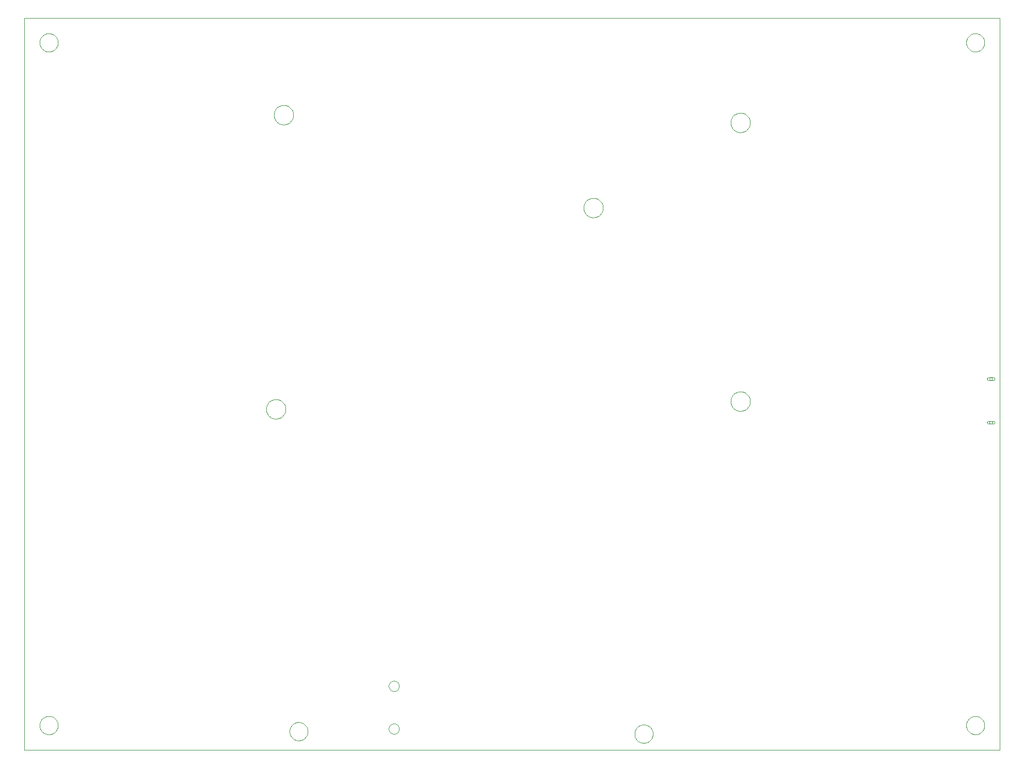
<source format=gko>
G75*
%MOIN*%
%OFA0B0*%
%FSLAX24Y24*%
%IPPOS*%
%LPD*%
%AMOC8*
5,1,8,0,0,1.08239X$1,22.5*
%
%ADD10C,0.0000*%
D10*
X024083Y009811D02*
X087075Y009811D01*
X087075Y057055D01*
X024083Y057055D01*
X024083Y009811D01*
X025067Y011386D02*
X025069Y011434D01*
X025075Y011482D01*
X025085Y011529D01*
X025098Y011575D01*
X025116Y011620D01*
X025136Y011664D01*
X025161Y011706D01*
X025189Y011745D01*
X025219Y011782D01*
X025253Y011816D01*
X025290Y011848D01*
X025328Y011877D01*
X025369Y011902D01*
X025412Y011924D01*
X025457Y011942D01*
X025503Y011956D01*
X025550Y011967D01*
X025598Y011974D01*
X025646Y011977D01*
X025694Y011976D01*
X025742Y011971D01*
X025790Y011962D01*
X025836Y011950D01*
X025881Y011933D01*
X025925Y011913D01*
X025967Y011890D01*
X026007Y011863D01*
X026045Y011833D01*
X026080Y011800D01*
X026112Y011764D01*
X026142Y011726D01*
X026168Y011685D01*
X026190Y011642D01*
X026210Y011598D01*
X026225Y011553D01*
X026237Y011506D01*
X026245Y011458D01*
X026249Y011410D01*
X026249Y011362D01*
X026245Y011314D01*
X026237Y011266D01*
X026225Y011219D01*
X026210Y011174D01*
X026190Y011130D01*
X026168Y011087D01*
X026142Y011046D01*
X026112Y011008D01*
X026080Y010972D01*
X026045Y010939D01*
X026007Y010909D01*
X025967Y010882D01*
X025925Y010859D01*
X025881Y010839D01*
X025836Y010822D01*
X025790Y010810D01*
X025742Y010801D01*
X025694Y010796D01*
X025646Y010795D01*
X025598Y010798D01*
X025550Y010805D01*
X025503Y010816D01*
X025457Y010830D01*
X025412Y010848D01*
X025369Y010870D01*
X025328Y010895D01*
X025290Y010924D01*
X025253Y010956D01*
X025219Y010990D01*
X025189Y011027D01*
X025161Y011066D01*
X025136Y011108D01*
X025116Y011152D01*
X025098Y011197D01*
X025085Y011243D01*
X025075Y011290D01*
X025069Y011338D01*
X025067Y011386D01*
X041208Y010992D02*
X041210Y011040D01*
X041216Y011088D01*
X041226Y011135D01*
X041239Y011181D01*
X041257Y011226D01*
X041277Y011270D01*
X041302Y011312D01*
X041330Y011351D01*
X041360Y011388D01*
X041394Y011422D01*
X041431Y011454D01*
X041469Y011483D01*
X041510Y011508D01*
X041553Y011530D01*
X041598Y011548D01*
X041644Y011562D01*
X041691Y011573D01*
X041739Y011580D01*
X041787Y011583D01*
X041835Y011582D01*
X041883Y011577D01*
X041931Y011568D01*
X041977Y011556D01*
X042022Y011539D01*
X042066Y011519D01*
X042108Y011496D01*
X042148Y011469D01*
X042186Y011439D01*
X042221Y011406D01*
X042253Y011370D01*
X042283Y011332D01*
X042309Y011291D01*
X042331Y011248D01*
X042351Y011204D01*
X042366Y011159D01*
X042378Y011112D01*
X042386Y011064D01*
X042390Y011016D01*
X042390Y010968D01*
X042386Y010920D01*
X042378Y010872D01*
X042366Y010825D01*
X042351Y010780D01*
X042331Y010736D01*
X042309Y010693D01*
X042283Y010652D01*
X042253Y010614D01*
X042221Y010578D01*
X042186Y010545D01*
X042148Y010515D01*
X042108Y010488D01*
X042066Y010465D01*
X042022Y010445D01*
X041977Y010428D01*
X041931Y010416D01*
X041883Y010407D01*
X041835Y010402D01*
X041787Y010401D01*
X041739Y010404D01*
X041691Y010411D01*
X041644Y010422D01*
X041598Y010436D01*
X041553Y010454D01*
X041510Y010476D01*
X041469Y010501D01*
X041431Y010530D01*
X041394Y010562D01*
X041360Y010596D01*
X041330Y010633D01*
X041302Y010672D01*
X041277Y010714D01*
X041257Y010758D01*
X041239Y010803D01*
X041226Y010849D01*
X041216Y010896D01*
X041210Y010944D01*
X041208Y010992D01*
X047614Y011166D02*
X047616Y011202D01*
X047622Y011238D01*
X047632Y011273D01*
X047645Y011307D01*
X047662Y011339D01*
X047682Y011369D01*
X047706Y011396D01*
X047732Y011421D01*
X047761Y011443D01*
X047792Y011462D01*
X047825Y011477D01*
X047859Y011489D01*
X047895Y011497D01*
X047931Y011501D01*
X047967Y011501D01*
X048003Y011497D01*
X048039Y011489D01*
X048073Y011477D01*
X048106Y011462D01*
X048137Y011443D01*
X048166Y011421D01*
X048192Y011396D01*
X048216Y011369D01*
X048236Y011339D01*
X048253Y011307D01*
X048266Y011273D01*
X048276Y011238D01*
X048282Y011202D01*
X048284Y011166D01*
X048282Y011130D01*
X048276Y011094D01*
X048266Y011059D01*
X048253Y011025D01*
X048236Y010993D01*
X048216Y010963D01*
X048192Y010936D01*
X048166Y010911D01*
X048137Y010889D01*
X048106Y010870D01*
X048073Y010855D01*
X048039Y010843D01*
X048003Y010835D01*
X047967Y010831D01*
X047931Y010831D01*
X047895Y010835D01*
X047859Y010843D01*
X047825Y010855D01*
X047792Y010870D01*
X047761Y010889D01*
X047732Y010911D01*
X047706Y010936D01*
X047682Y010963D01*
X047662Y010993D01*
X047645Y011025D01*
X047632Y011059D01*
X047622Y011094D01*
X047616Y011130D01*
X047614Y011166D01*
X047614Y013922D02*
X047616Y013958D01*
X047622Y013994D01*
X047632Y014029D01*
X047645Y014063D01*
X047662Y014095D01*
X047682Y014125D01*
X047706Y014152D01*
X047732Y014177D01*
X047761Y014199D01*
X047792Y014218D01*
X047825Y014233D01*
X047859Y014245D01*
X047895Y014253D01*
X047931Y014257D01*
X047967Y014257D01*
X048003Y014253D01*
X048039Y014245D01*
X048073Y014233D01*
X048106Y014218D01*
X048137Y014199D01*
X048166Y014177D01*
X048192Y014152D01*
X048216Y014125D01*
X048236Y014095D01*
X048253Y014063D01*
X048266Y014029D01*
X048276Y013994D01*
X048282Y013958D01*
X048284Y013922D01*
X048282Y013886D01*
X048276Y013850D01*
X048266Y013815D01*
X048253Y013781D01*
X048236Y013749D01*
X048216Y013719D01*
X048192Y013692D01*
X048166Y013667D01*
X048137Y013645D01*
X048106Y013626D01*
X048073Y013611D01*
X048039Y013599D01*
X048003Y013591D01*
X047967Y013587D01*
X047931Y013587D01*
X047895Y013591D01*
X047859Y013599D01*
X047825Y013611D01*
X047792Y013626D01*
X047761Y013645D01*
X047732Y013667D01*
X047706Y013692D01*
X047682Y013719D01*
X047662Y013749D01*
X047645Y013781D01*
X047632Y013815D01*
X047622Y013850D01*
X047616Y013886D01*
X047614Y013922D01*
X063492Y010835D02*
X063494Y010883D01*
X063500Y010931D01*
X063510Y010978D01*
X063523Y011024D01*
X063541Y011069D01*
X063561Y011113D01*
X063586Y011155D01*
X063614Y011194D01*
X063644Y011231D01*
X063678Y011265D01*
X063715Y011297D01*
X063753Y011326D01*
X063794Y011351D01*
X063837Y011373D01*
X063882Y011391D01*
X063928Y011405D01*
X063975Y011416D01*
X064023Y011423D01*
X064071Y011426D01*
X064119Y011425D01*
X064167Y011420D01*
X064215Y011411D01*
X064261Y011399D01*
X064306Y011382D01*
X064350Y011362D01*
X064392Y011339D01*
X064432Y011312D01*
X064470Y011282D01*
X064505Y011249D01*
X064537Y011213D01*
X064567Y011175D01*
X064593Y011134D01*
X064615Y011091D01*
X064635Y011047D01*
X064650Y011002D01*
X064662Y010955D01*
X064670Y010907D01*
X064674Y010859D01*
X064674Y010811D01*
X064670Y010763D01*
X064662Y010715D01*
X064650Y010668D01*
X064635Y010623D01*
X064615Y010579D01*
X064593Y010536D01*
X064567Y010495D01*
X064537Y010457D01*
X064505Y010421D01*
X064470Y010388D01*
X064432Y010358D01*
X064392Y010331D01*
X064350Y010308D01*
X064306Y010288D01*
X064261Y010271D01*
X064215Y010259D01*
X064167Y010250D01*
X064119Y010245D01*
X064071Y010244D01*
X064023Y010247D01*
X063975Y010254D01*
X063928Y010265D01*
X063882Y010279D01*
X063837Y010297D01*
X063794Y010319D01*
X063753Y010344D01*
X063715Y010373D01*
X063678Y010405D01*
X063644Y010439D01*
X063614Y010476D01*
X063586Y010515D01*
X063561Y010557D01*
X063541Y010601D01*
X063523Y010646D01*
X063510Y010692D01*
X063500Y010739D01*
X063494Y010787D01*
X063492Y010835D01*
X084909Y011386D02*
X084911Y011434D01*
X084917Y011482D01*
X084927Y011529D01*
X084940Y011575D01*
X084958Y011620D01*
X084978Y011664D01*
X085003Y011706D01*
X085031Y011745D01*
X085061Y011782D01*
X085095Y011816D01*
X085132Y011848D01*
X085170Y011877D01*
X085211Y011902D01*
X085254Y011924D01*
X085299Y011942D01*
X085345Y011956D01*
X085392Y011967D01*
X085440Y011974D01*
X085488Y011977D01*
X085536Y011976D01*
X085584Y011971D01*
X085632Y011962D01*
X085678Y011950D01*
X085723Y011933D01*
X085767Y011913D01*
X085809Y011890D01*
X085849Y011863D01*
X085887Y011833D01*
X085922Y011800D01*
X085954Y011764D01*
X085984Y011726D01*
X086010Y011685D01*
X086032Y011642D01*
X086052Y011598D01*
X086067Y011553D01*
X086079Y011506D01*
X086087Y011458D01*
X086091Y011410D01*
X086091Y011362D01*
X086087Y011314D01*
X086079Y011266D01*
X086067Y011219D01*
X086052Y011174D01*
X086032Y011130D01*
X086010Y011087D01*
X085984Y011046D01*
X085954Y011008D01*
X085922Y010972D01*
X085887Y010939D01*
X085849Y010909D01*
X085809Y010882D01*
X085767Y010859D01*
X085723Y010839D01*
X085678Y010822D01*
X085632Y010810D01*
X085584Y010801D01*
X085536Y010796D01*
X085488Y010795D01*
X085440Y010798D01*
X085392Y010805D01*
X085345Y010816D01*
X085299Y010830D01*
X085254Y010848D01*
X085211Y010870D01*
X085170Y010895D01*
X085132Y010924D01*
X085095Y010956D01*
X085061Y010990D01*
X085031Y011027D01*
X085003Y011066D01*
X084978Y011108D01*
X084958Y011152D01*
X084940Y011197D01*
X084927Y011243D01*
X084917Y011290D01*
X084911Y011338D01*
X084909Y011386D01*
X086346Y030859D02*
X086662Y030859D01*
X086751Y030947D02*
X086749Y030964D01*
X086744Y030981D01*
X086736Y030996D01*
X086725Y031010D01*
X086711Y031021D01*
X086696Y031029D01*
X086679Y031034D01*
X086662Y031036D01*
X086346Y031036D01*
X086346Y031035D02*
X086329Y031033D01*
X086312Y031028D01*
X086297Y031020D01*
X086284Y031009D01*
X086273Y030996D01*
X086265Y030980D01*
X086260Y030964D01*
X086258Y030947D01*
X086257Y030947D02*
X086259Y030930D01*
X086264Y030913D01*
X086272Y030898D01*
X086283Y030884D01*
X086297Y030873D01*
X086312Y030865D01*
X086329Y030860D01*
X086346Y030858D01*
X086415Y030947D02*
X086417Y030966D01*
X086423Y030983D01*
X086432Y030999D01*
X086444Y031013D01*
X086459Y031024D01*
X086476Y031032D01*
X086495Y031036D01*
X086513Y031036D01*
X086532Y031032D01*
X086548Y031024D01*
X086564Y031013D01*
X086576Y030999D01*
X086585Y030983D01*
X086591Y030966D01*
X086593Y030947D01*
X086591Y030928D01*
X086585Y030911D01*
X086576Y030895D01*
X086564Y030881D01*
X086549Y030870D01*
X086532Y030862D01*
X086513Y030858D01*
X086495Y030858D01*
X086476Y030862D01*
X086460Y030870D01*
X086444Y030881D01*
X086432Y030895D01*
X086423Y030911D01*
X086417Y030928D01*
X086415Y030947D01*
X086662Y030858D02*
X086679Y030860D01*
X086696Y030865D01*
X086711Y030873D01*
X086725Y030884D01*
X086736Y030898D01*
X086744Y030913D01*
X086749Y030930D01*
X086751Y030947D01*
X086662Y033673D02*
X086346Y033673D01*
X086329Y033675D01*
X086312Y033680D01*
X086297Y033688D01*
X086283Y033699D01*
X086272Y033713D01*
X086264Y033728D01*
X086259Y033745D01*
X086257Y033762D01*
X086258Y033762D02*
X086260Y033779D01*
X086265Y033795D01*
X086273Y033811D01*
X086284Y033824D01*
X086297Y033835D01*
X086312Y033843D01*
X086329Y033848D01*
X086346Y033850D01*
X086346Y033851D02*
X086662Y033851D01*
X086679Y033849D01*
X086696Y033844D01*
X086711Y033836D01*
X086725Y033825D01*
X086736Y033811D01*
X086744Y033796D01*
X086749Y033779D01*
X086751Y033762D01*
X086749Y033745D01*
X086744Y033728D01*
X086736Y033713D01*
X086725Y033699D01*
X086711Y033688D01*
X086696Y033680D01*
X086679Y033675D01*
X086662Y033673D01*
X086415Y033762D02*
X086417Y033781D01*
X086423Y033798D01*
X086432Y033814D01*
X086444Y033828D01*
X086459Y033839D01*
X086476Y033847D01*
X086495Y033851D01*
X086513Y033851D01*
X086532Y033847D01*
X086548Y033839D01*
X086564Y033828D01*
X086576Y033814D01*
X086585Y033798D01*
X086591Y033781D01*
X086593Y033762D01*
X086591Y033743D01*
X086585Y033726D01*
X086576Y033710D01*
X086564Y033696D01*
X086549Y033685D01*
X086532Y033677D01*
X086513Y033673D01*
X086495Y033673D01*
X086476Y033677D01*
X086460Y033685D01*
X086444Y033696D01*
X086432Y033710D01*
X086423Y033726D01*
X086417Y033743D01*
X086415Y033762D01*
X069697Y032307D02*
X069699Y032357D01*
X069705Y032407D01*
X069715Y032456D01*
X069729Y032504D01*
X069746Y032551D01*
X069767Y032596D01*
X069792Y032640D01*
X069820Y032681D01*
X069852Y032720D01*
X069886Y032757D01*
X069923Y032791D01*
X069963Y032821D01*
X070005Y032848D01*
X070049Y032872D01*
X070095Y032893D01*
X070142Y032909D01*
X070190Y032922D01*
X070240Y032931D01*
X070289Y032936D01*
X070340Y032937D01*
X070390Y032934D01*
X070439Y032927D01*
X070488Y032916D01*
X070536Y032901D01*
X070582Y032883D01*
X070627Y032861D01*
X070670Y032835D01*
X070711Y032806D01*
X070750Y032774D01*
X070786Y032739D01*
X070818Y032701D01*
X070848Y032661D01*
X070875Y032618D01*
X070898Y032574D01*
X070917Y032528D01*
X070933Y032480D01*
X070945Y032431D01*
X070953Y032382D01*
X070957Y032332D01*
X070957Y032282D01*
X070953Y032232D01*
X070945Y032183D01*
X070933Y032134D01*
X070917Y032086D01*
X070898Y032040D01*
X070875Y031996D01*
X070848Y031953D01*
X070818Y031913D01*
X070786Y031875D01*
X070750Y031840D01*
X070711Y031808D01*
X070670Y031779D01*
X070627Y031753D01*
X070582Y031731D01*
X070536Y031713D01*
X070488Y031698D01*
X070439Y031687D01*
X070390Y031680D01*
X070340Y031677D01*
X070289Y031678D01*
X070240Y031683D01*
X070190Y031692D01*
X070142Y031705D01*
X070095Y031721D01*
X070049Y031742D01*
X070005Y031766D01*
X069963Y031793D01*
X069923Y031823D01*
X069886Y031857D01*
X069852Y031894D01*
X069820Y031933D01*
X069792Y031974D01*
X069767Y032018D01*
X069746Y032063D01*
X069729Y032110D01*
X069715Y032158D01*
X069705Y032207D01*
X069699Y032257D01*
X069697Y032307D01*
X060197Y044807D02*
X060199Y044857D01*
X060205Y044907D01*
X060215Y044956D01*
X060229Y045004D01*
X060246Y045051D01*
X060267Y045096D01*
X060292Y045140D01*
X060320Y045181D01*
X060352Y045220D01*
X060386Y045257D01*
X060423Y045291D01*
X060463Y045321D01*
X060505Y045348D01*
X060549Y045372D01*
X060595Y045393D01*
X060642Y045409D01*
X060690Y045422D01*
X060740Y045431D01*
X060789Y045436D01*
X060840Y045437D01*
X060890Y045434D01*
X060939Y045427D01*
X060988Y045416D01*
X061036Y045401D01*
X061082Y045383D01*
X061127Y045361D01*
X061170Y045335D01*
X061211Y045306D01*
X061250Y045274D01*
X061286Y045239D01*
X061318Y045201D01*
X061348Y045161D01*
X061375Y045118D01*
X061398Y045074D01*
X061417Y045028D01*
X061433Y044980D01*
X061445Y044931D01*
X061453Y044882D01*
X061457Y044832D01*
X061457Y044782D01*
X061453Y044732D01*
X061445Y044683D01*
X061433Y044634D01*
X061417Y044586D01*
X061398Y044540D01*
X061375Y044496D01*
X061348Y044453D01*
X061318Y044413D01*
X061286Y044375D01*
X061250Y044340D01*
X061211Y044308D01*
X061170Y044279D01*
X061127Y044253D01*
X061082Y044231D01*
X061036Y044213D01*
X060988Y044198D01*
X060939Y044187D01*
X060890Y044180D01*
X060840Y044177D01*
X060789Y044178D01*
X060740Y044183D01*
X060690Y044192D01*
X060642Y044205D01*
X060595Y044221D01*
X060549Y044242D01*
X060505Y044266D01*
X060463Y044293D01*
X060423Y044323D01*
X060386Y044357D01*
X060352Y044394D01*
X060320Y044433D01*
X060292Y044474D01*
X060267Y044518D01*
X060246Y044563D01*
X060229Y044610D01*
X060215Y044658D01*
X060205Y044707D01*
X060199Y044757D01*
X060197Y044807D01*
X069697Y050307D02*
X069699Y050357D01*
X069705Y050407D01*
X069715Y050456D01*
X069729Y050504D01*
X069746Y050551D01*
X069767Y050596D01*
X069792Y050640D01*
X069820Y050681D01*
X069852Y050720D01*
X069886Y050757D01*
X069923Y050791D01*
X069963Y050821D01*
X070005Y050848D01*
X070049Y050872D01*
X070095Y050893D01*
X070142Y050909D01*
X070190Y050922D01*
X070240Y050931D01*
X070289Y050936D01*
X070340Y050937D01*
X070390Y050934D01*
X070439Y050927D01*
X070488Y050916D01*
X070536Y050901D01*
X070582Y050883D01*
X070627Y050861D01*
X070670Y050835D01*
X070711Y050806D01*
X070750Y050774D01*
X070786Y050739D01*
X070818Y050701D01*
X070848Y050661D01*
X070875Y050618D01*
X070898Y050574D01*
X070917Y050528D01*
X070933Y050480D01*
X070945Y050431D01*
X070953Y050382D01*
X070957Y050332D01*
X070957Y050282D01*
X070953Y050232D01*
X070945Y050183D01*
X070933Y050134D01*
X070917Y050086D01*
X070898Y050040D01*
X070875Y049996D01*
X070848Y049953D01*
X070818Y049913D01*
X070786Y049875D01*
X070750Y049840D01*
X070711Y049808D01*
X070670Y049779D01*
X070627Y049753D01*
X070582Y049731D01*
X070536Y049713D01*
X070488Y049698D01*
X070439Y049687D01*
X070390Y049680D01*
X070340Y049677D01*
X070289Y049678D01*
X070240Y049683D01*
X070190Y049692D01*
X070142Y049705D01*
X070095Y049721D01*
X070049Y049742D01*
X070005Y049766D01*
X069963Y049793D01*
X069923Y049823D01*
X069886Y049857D01*
X069852Y049894D01*
X069820Y049933D01*
X069792Y049974D01*
X069767Y050018D01*
X069746Y050063D01*
X069729Y050110D01*
X069715Y050158D01*
X069705Y050207D01*
X069699Y050257D01*
X069697Y050307D01*
X084909Y055481D02*
X084911Y055529D01*
X084917Y055577D01*
X084927Y055624D01*
X084940Y055670D01*
X084958Y055715D01*
X084978Y055759D01*
X085003Y055801D01*
X085031Y055840D01*
X085061Y055877D01*
X085095Y055911D01*
X085132Y055943D01*
X085170Y055972D01*
X085211Y055997D01*
X085254Y056019D01*
X085299Y056037D01*
X085345Y056051D01*
X085392Y056062D01*
X085440Y056069D01*
X085488Y056072D01*
X085536Y056071D01*
X085584Y056066D01*
X085632Y056057D01*
X085678Y056045D01*
X085723Y056028D01*
X085767Y056008D01*
X085809Y055985D01*
X085849Y055958D01*
X085887Y055928D01*
X085922Y055895D01*
X085954Y055859D01*
X085984Y055821D01*
X086010Y055780D01*
X086032Y055737D01*
X086052Y055693D01*
X086067Y055648D01*
X086079Y055601D01*
X086087Y055553D01*
X086091Y055505D01*
X086091Y055457D01*
X086087Y055409D01*
X086079Y055361D01*
X086067Y055314D01*
X086052Y055269D01*
X086032Y055225D01*
X086010Y055182D01*
X085984Y055141D01*
X085954Y055103D01*
X085922Y055067D01*
X085887Y055034D01*
X085849Y055004D01*
X085809Y054977D01*
X085767Y054954D01*
X085723Y054934D01*
X085678Y054917D01*
X085632Y054905D01*
X085584Y054896D01*
X085536Y054891D01*
X085488Y054890D01*
X085440Y054893D01*
X085392Y054900D01*
X085345Y054911D01*
X085299Y054925D01*
X085254Y054943D01*
X085211Y054965D01*
X085170Y054990D01*
X085132Y055019D01*
X085095Y055051D01*
X085061Y055085D01*
X085031Y055122D01*
X085003Y055161D01*
X084978Y055203D01*
X084958Y055247D01*
X084940Y055292D01*
X084927Y055338D01*
X084917Y055385D01*
X084911Y055433D01*
X084909Y055481D01*
X040197Y050807D02*
X040199Y050857D01*
X040205Y050907D01*
X040215Y050956D01*
X040229Y051004D01*
X040246Y051051D01*
X040267Y051096D01*
X040292Y051140D01*
X040320Y051181D01*
X040352Y051220D01*
X040386Y051257D01*
X040423Y051291D01*
X040463Y051321D01*
X040505Y051348D01*
X040549Y051372D01*
X040595Y051393D01*
X040642Y051409D01*
X040690Y051422D01*
X040740Y051431D01*
X040789Y051436D01*
X040840Y051437D01*
X040890Y051434D01*
X040939Y051427D01*
X040988Y051416D01*
X041036Y051401D01*
X041082Y051383D01*
X041127Y051361D01*
X041170Y051335D01*
X041211Y051306D01*
X041250Y051274D01*
X041286Y051239D01*
X041318Y051201D01*
X041348Y051161D01*
X041375Y051118D01*
X041398Y051074D01*
X041417Y051028D01*
X041433Y050980D01*
X041445Y050931D01*
X041453Y050882D01*
X041457Y050832D01*
X041457Y050782D01*
X041453Y050732D01*
X041445Y050683D01*
X041433Y050634D01*
X041417Y050586D01*
X041398Y050540D01*
X041375Y050496D01*
X041348Y050453D01*
X041318Y050413D01*
X041286Y050375D01*
X041250Y050340D01*
X041211Y050308D01*
X041170Y050279D01*
X041127Y050253D01*
X041082Y050231D01*
X041036Y050213D01*
X040988Y050198D01*
X040939Y050187D01*
X040890Y050180D01*
X040840Y050177D01*
X040789Y050178D01*
X040740Y050183D01*
X040690Y050192D01*
X040642Y050205D01*
X040595Y050221D01*
X040549Y050242D01*
X040505Y050266D01*
X040463Y050293D01*
X040423Y050323D01*
X040386Y050357D01*
X040352Y050394D01*
X040320Y050433D01*
X040292Y050474D01*
X040267Y050518D01*
X040246Y050563D01*
X040229Y050610D01*
X040215Y050658D01*
X040205Y050707D01*
X040199Y050757D01*
X040197Y050807D01*
X025067Y055481D02*
X025069Y055529D01*
X025075Y055577D01*
X025085Y055624D01*
X025098Y055670D01*
X025116Y055715D01*
X025136Y055759D01*
X025161Y055801D01*
X025189Y055840D01*
X025219Y055877D01*
X025253Y055911D01*
X025290Y055943D01*
X025328Y055972D01*
X025369Y055997D01*
X025412Y056019D01*
X025457Y056037D01*
X025503Y056051D01*
X025550Y056062D01*
X025598Y056069D01*
X025646Y056072D01*
X025694Y056071D01*
X025742Y056066D01*
X025790Y056057D01*
X025836Y056045D01*
X025881Y056028D01*
X025925Y056008D01*
X025967Y055985D01*
X026007Y055958D01*
X026045Y055928D01*
X026080Y055895D01*
X026112Y055859D01*
X026142Y055821D01*
X026168Y055780D01*
X026190Y055737D01*
X026210Y055693D01*
X026225Y055648D01*
X026237Y055601D01*
X026245Y055553D01*
X026249Y055505D01*
X026249Y055457D01*
X026245Y055409D01*
X026237Y055361D01*
X026225Y055314D01*
X026210Y055269D01*
X026190Y055225D01*
X026168Y055182D01*
X026142Y055141D01*
X026112Y055103D01*
X026080Y055067D01*
X026045Y055034D01*
X026007Y055004D01*
X025967Y054977D01*
X025925Y054954D01*
X025881Y054934D01*
X025836Y054917D01*
X025790Y054905D01*
X025742Y054896D01*
X025694Y054891D01*
X025646Y054890D01*
X025598Y054893D01*
X025550Y054900D01*
X025503Y054911D01*
X025457Y054925D01*
X025412Y054943D01*
X025369Y054965D01*
X025328Y054990D01*
X025290Y055019D01*
X025253Y055051D01*
X025219Y055085D01*
X025189Y055122D01*
X025161Y055161D01*
X025136Y055203D01*
X025116Y055247D01*
X025098Y055292D01*
X025085Y055338D01*
X025075Y055385D01*
X025069Y055433D01*
X025067Y055481D01*
X039697Y031807D02*
X039699Y031857D01*
X039705Y031907D01*
X039715Y031956D01*
X039729Y032004D01*
X039746Y032051D01*
X039767Y032096D01*
X039792Y032140D01*
X039820Y032181D01*
X039852Y032220D01*
X039886Y032257D01*
X039923Y032291D01*
X039963Y032321D01*
X040005Y032348D01*
X040049Y032372D01*
X040095Y032393D01*
X040142Y032409D01*
X040190Y032422D01*
X040240Y032431D01*
X040289Y032436D01*
X040340Y032437D01*
X040390Y032434D01*
X040439Y032427D01*
X040488Y032416D01*
X040536Y032401D01*
X040582Y032383D01*
X040627Y032361D01*
X040670Y032335D01*
X040711Y032306D01*
X040750Y032274D01*
X040786Y032239D01*
X040818Y032201D01*
X040848Y032161D01*
X040875Y032118D01*
X040898Y032074D01*
X040917Y032028D01*
X040933Y031980D01*
X040945Y031931D01*
X040953Y031882D01*
X040957Y031832D01*
X040957Y031782D01*
X040953Y031732D01*
X040945Y031683D01*
X040933Y031634D01*
X040917Y031586D01*
X040898Y031540D01*
X040875Y031496D01*
X040848Y031453D01*
X040818Y031413D01*
X040786Y031375D01*
X040750Y031340D01*
X040711Y031308D01*
X040670Y031279D01*
X040627Y031253D01*
X040582Y031231D01*
X040536Y031213D01*
X040488Y031198D01*
X040439Y031187D01*
X040390Y031180D01*
X040340Y031177D01*
X040289Y031178D01*
X040240Y031183D01*
X040190Y031192D01*
X040142Y031205D01*
X040095Y031221D01*
X040049Y031242D01*
X040005Y031266D01*
X039963Y031293D01*
X039923Y031323D01*
X039886Y031357D01*
X039852Y031394D01*
X039820Y031433D01*
X039792Y031474D01*
X039767Y031518D01*
X039746Y031563D01*
X039729Y031610D01*
X039715Y031658D01*
X039705Y031707D01*
X039699Y031757D01*
X039697Y031807D01*
M02*

</source>
